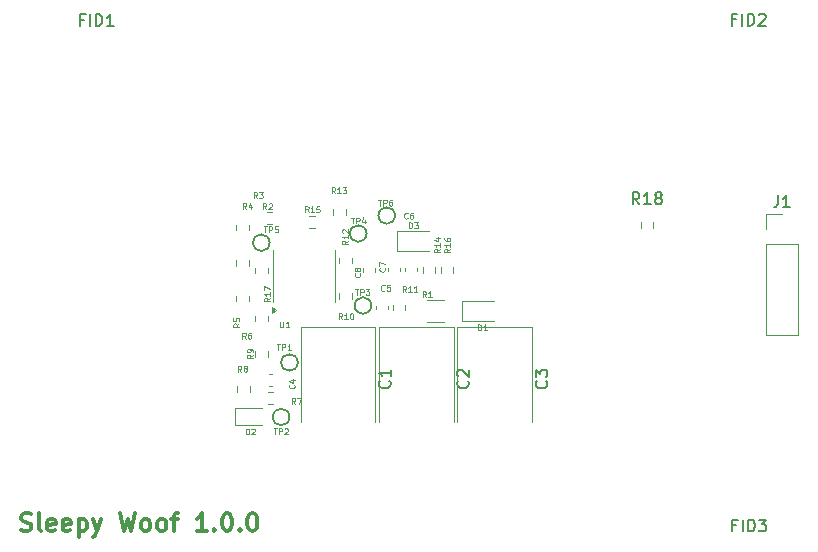
<source format=gbr>
%TF.GenerationSoftware,KiCad,Pcbnew,8.0.4*%
%TF.CreationDate,2024-08-14T23:05:24-07:00*%
%TF.ProjectId,SleepyWoof,536c6565-7079-4576-9f6f-662e6b696361,rev?*%
%TF.SameCoordinates,Original*%
%TF.FileFunction,Legend,Top*%
%TF.FilePolarity,Positive*%
%FSLAX46Y46*%
G04 Gerber Fmt 4.6, Leading zero omitted, Abs format (unit mm)*
G04 Created by KiCad (PCBNEW 8.0.4) date 2024-08-14 23:05:24*
%MOMM*%
%LPD*%
G01*
G04 APERTURE LIST*
%ADD10C,0.300000*%
%ADD11C,0.150000*%
%ADD12C,0.125000*%
%ADD13C,0.120000*%
%ADD14C,0.127000*%
G04 APERTURE END LIST*
D10*
X148073082Y-123489400D02*
X148287368Y-123560828D01*
X148287368Y-123560828D02*
X148644510Y-123560828D01*
X148644510Y-123560828D02*
X148787368Y-123489400D01*
X148787368Y-123489400D02*
X148858796Y-123417971D01*
X148858796Y-123417971D02*
X148930225Y-123275114D01*
X148930225Y-123275114D02*
X148930225Y-123132257D01*
X148930225Y-123132257D02*
X148858796Y-122989400D01*
X148858796Y-122989400D02*
X148787368Y-122917971D01*
X148787368Y-122917971D02*
X148644510Y-122846542D01*
X148644510Y-122846542D02*
X148358796Y-122775114D01*
X148358796Y-122775114D02*
X148215939Y-122703685D01*
X148215939Y-122703685D02*
X148144510Y-122632257D01*
X148144510Y-122632257D02*
X148073082Y-122489400D01*
X148073082Y-122489400D02*
X148073082Y-122346542D01*
X148073082Y-122346542D02*
X148144510Y-122203685D01*
X148144510Y-122203685D02*
X148215939Y-122132257D01*
X148215939Y-122132257D02*
X148358796Y-122060828D01*
X148358796Y-122060828D02*
X148715939Y-122060828D01*
X148715939Y-122060828D02*
X148930225Y-122132257D01*
X149787367Y-123560828D02*
X149644510Y-123489400D01*
X149644510Y-123489400D02*
X149573081Y-123346542D01*
X149573081Y-123346542D02*
X149573081Y-122060828D01*
X150930224Y-123489400D02*
X150787367Y-123560828D01*
X150787367Y-123560828D02*
X150501653Y-123560828D01*
X150501653Y-123560828D02*
X150358795Y-123489400D01*
X150358795Y-123489400D02*
X150287367Y-123346542D01*
X150287367Y-123346542D02*
X150287367Y-122775114D01*
X150287367Y-122775114D02*
X150358795Y-122632257D01*
X150358795Y-122632257D02*
X150501653Y-122560828D01*
X150501653Y-122560828D02*
X150787367Y-122560828D01*
X150787367Y-122560828D02*
X150930224Y-122632257D01*
X150930224Y-122632257D02*
X151001653Y-122775114D01*
X151001653Y-122775114D02*
X151001653Y-122917971D01*
X151001653Y-122917971D02*
X150287367Y-123060828D01*
X152215938Y-123489400D02*
X152073081Y-123560828D01*
X152073081Y-123560828D02*
X151787367Y-123560828D01*
X151787367Y-123560828D02*
X151644509Y-123489400D01*
X151644509Y-123489400D02*
X151573081Y-123346542D01*
X151573081Y-123346542D02*
X151573081Y-122775114D01*
X151573081Y-122775114D02*
X151644509Y-122632257D01*
X151644509Y-122632257D02*
X151787367Y-122560828D01*
X151787367Y-122560828D02*
X152073081Y-122560828D01*
X152073081Y-122560828D02*
X152215938Y-122632257D01*
X152215938Y-122632257D02*
X152287367Y-122775114D01*
X152287367Y-122775114D02*
X152287367Y-122917971D01*
X152287367Y-122917971D02*
X151573081Y-123060828D01*
X152930223Y-122560828D02*
X152930223Y-124060828D01*
X152930223Y-122632257D02*
X153073081Y-122560828D01*
X153073081Y-122560828D02*
X153358795Y-122560828D01*
X153358795Y-122560828D02*
X153501652Y-122632257D01*
X153501652Y-122632257D02*
X153573081Y-122703685D01*
X153573081Y-122703685D02*
X153644509Y-122846542D01*
X153644509Y-122846542D02*
X153644509Y-123275114D01*
X153644509Y-123275114D02*
X153573081Y-123417971D01*
X153573081Y-123417971D02*
X153501652Y-123489400D01*
X153501652Y-123489400D02*
X153358795Y-123560828D01*
X153358795Y-123560828D02*
X153073081Y-123560828D01*
X153073081Y-123560828D02*
X152930223Y-123489400D01*
X154144509Y-122560828D02*
X154501652Y-123560828D01*
X154858795Y-122560828D02*
X154501652Y-123560828D01*
X154501652Y-123560828D02*
X154358795Y-123917971D01*
X154358795Y-123917971D02*
X154287366Y-123989400D01*
X154287366Y-123989400D02*
X154144509Y-124060828D01*
X156430223Y-122060828D02*
X156787366Y-123560828D01*
X156787366Y-123560828D02*
X157073080Y-122489400D01*
X157073080Y-122489400D02*
X157358795Y-123560828D01*
X157358795Y-123560828D02*
X157715938Y-122060828D01*
X158501652Y-123560828D02*
X158358795Y-123489400D01*
X158358795Y-123489400D02*
X158287366Y-123417971D01*
X158287366Y-123417971D02*
X158215938Y-123275114D01*
X158215938Y-123275114D02*
X158215938Y-122846542D01*
X158215938Y-122846542D02*
X158287366Y-122703685D01*
X158287366Y-122703685D02*
X158358795Y-122632257D01*
X158358795Y-122632257D02*
X158501652Y-122560828D01*
X158501652Y-122560828D02*
X158715938Y-122560828D01*
X158715938Y-122560828D02*
X158858795Y-122632257D01*
X158858795Y-122632257D02*
X158930224Y-122703685D01*
X158930224Y-122703685D02*
X159001652Y-122846542D01*
X159001652Y-122846542D02*
X159001652Y-123275114D01*
X159001652Y-123275114D02*
X158930224Y-123417971D01*
X158930224Y-123417971D02*
X158858795Y-123489400D01*
X158858795Y-123489400D02*
X158715938Y-123560828D01*
X158715938Y-123560828D02*
X158501652Y-123560828D01*
X159858795Y-123560828D02*
X159715938Y-123489400D01*
X159715938Y-123489400D02*
X159644509Y-123417971D01*
X159644509Y-123417971D02*
X159573081Y-123275114D01*
X159573081Y-123275114D02*
X159573081Y-122846542D01*
X159573081Y-122846542D02*
X159644509Y-122703685D01*
X159644509Y-122703685D02*
X159715938Y-122632257D01*
X159715938Y-122632257D02*
X159858795Y-122560828D01*
X159858795Y-122560828D02*
X160073081Y-122560828D01*
X160073081Y-122560828D02*
X160215938Y-122632257D01*
X160215938Y-122632257D02*
X160287367Y-122703685D01*
X160287367Y-122703685D02*
X160358795Y-122846542D01*
X160358795Y-122846542D02*
X160358795Y-123275114D01*
X160358795Y-123275114D02*
X160287367Y-123417971D01*
X160287367Y-123417971D02*
X160215938Y-123489400D01*
X160215938Y-123489400D02*
X160073081Y-123560828D01*
X160073081Y-123560828D02*
X159858795Y-123560828D01*
X160787367Y-122560828D02*
X161358795Y-122560828D01*
X161001652Y-123560828D02*
X161001652Y-122275114D01*
X161001652Y-122275114D02*
X161073081Y-122132257D01*
X161073081Y-122132257D02*
X161215938Y-122060828D01*
X161215938Y-122060828D02*
X161358795Y-122060828D01*
X163787367Y-123560828D02*
X162930224Y-123560828D01*
X163358795Y-123560828D02*
X163358795Y-122060828D01*
X163358795Y-122060828D02*
X163215938Y-122275114D01*
X163215938Y-122275114D02*
X163073081Y-122417971D01*
X163073081Y-122417971D02*
X162930224Y-122489400D01*
X164430223Y-123417971D02*
X164501652Y-123489400D01*
X164501652Y-123489400D02*
X164430223Y-123560828D01*
X164430223Y-123560828D02*
X164358795Y-123489400D01*
X164358795Y-123489400D02*
X164430223Y-123417971D01*
X164430223Y-123417971D02*
X164430223Y-123560828D01*
X165430224Y-122060828D02*
X165573081Y-122060828D01*
X165573081Y-122060828D02*
X165715938Y-122132257D01*
X165715938Y-122132257D02*
X165787367Y-122203685D01*
X165787367Y-122203685D02*
X165858795Y-122346542D01*
X165858795Y-122346542D02*
X165930224Y-122632257D01*
X165930224Y-122632257D02*
X165930224Y-122989400D01*
X165930224Y-122989400D02*
X165858795Y-123275114D01*
X165858795Y-123275114D02*
X165787367Y-123417971D01*
X165787367Y-123417971D02*
X165715938Y-123489400D01*
X165715938Y-123489400D02*
X165573081Y-123560828D01*
X165573081Y-123560828D02*
X165430224Y-123560828D01*
X165430224Y-123560828D02*
X165287367Y-123489400D01*
X165287367Y-123489400D02*
X165215938Y-123417971D01*
X165215938Y-123417971D02*
X165144509Y-123275114D01*
X165144509Y-123275114D02*
X165073081Y-122989400D01*
X165073081Y-122989400D02*
X165073081Y-122632257D01*
X165073081Y-122632257D02*
X165144509Y-122346542D01*
X165144509Y-122346542D02*
X165215938Y-122203685D01*
X165215938Y-122203685D02*
X165287367Y-122132257D01*
X165287367Y-122132257D02*
X165430224Y-122060828D01*
X166573080Y-123417971D02*
X166644509Y-123489400D01*
X166644509Y-123489400D02*
X166573080Y-123560828D01*
X166573080Y-123560828D02*
X166501652Y-123489400D01*
X166501652Y-123489400D02*
X166573080Y-123417971D01*
X166573080Y-123417971D02*
X166573080Y-123560828D01*
X167573081Y-122060828D02*
X167715938Y-122060828D01*
X167715938Y-122060828D02*
X167858795Y-122132257D01*
X167858795Y-122132257D02*
X167930224Y-122203685D01*
X167930224Y-122203685D02*
X168001652Y-122346542D01*
X168001652Y-122346542D02*
X168073081Y-122632257D01*
X168073081Y-122632257D02*
X168073081Y-122989400D01*
X168073081Y-122989400D02*
X168001652Y-123275114D01*
X168001652Y-123275114D02*
X167930224Y-123417971D01*
X167930224Y-123417971D02*
X167858795Y-123489400D01*
X167858795Y-123489400D02*
X167715938Y-123560828D01*
X167715938Y-123560828D02*
X167573081Y-123560828D01*
X167573081Y-123560828D02*
X167430224Y-123489400D01*
X167430224Y-123489400D02*
X167358795Y-123417971D01*
X167358795Y-123417971D02*
X167287366Y-123275114D01*
X167287366Y-123275114D02*
X167215938Y-122989400D01*
X167215938Y-122989400D02*
X167215938Y-122632257D01*
X167215938Y-122632257D02*
X167287366Y-122346542D01*
X167287366Y-122346542D02*
X167358795Y-122203685D01*
X167358795Y-122203685D02*
X167430224Y-122132257D01*
X167430224Y-122132257D02*
X167573081Y-122060828D01*
D11*
X192519580Y-110839166D02*
X192567200Y-110886785D01*
X192567200Y-110886785D02*
X192614819Y-111029642D01*
X192614819Y-111029642D02*
X192614819Y-111124880D01*
X192614819Y-111124880D02*
X192567200Y-111267737D01*
X192567200Y-111267737D02*
X192471961Y-111362975D01*
X192471961Y-111362975D02*
X192376723Y-111410594D01*
X192376723Y-111410594D02*
X192186247Y-111458213D01*
X192186247Y-111458213D02*
X192043390Y-111458213D01*
X192043390Y-111458213D02*
X191852914Y-111410594D01*
X191852914Y-111410594D02*
X191757676Y-111362975D01*
X191757676Y-111362975D02*
X191662438Y-111267737D01*
X191662438Y-111267737D02*
X191614819Y-111124880D01*
X191614819Y-111124880D02*
X191614819Y-111029642D01*
X191614819Y-111029642D02*
X191662438Y-110886785D01*
X191662438Y-110886785D02*
X191710057Y-110839166D01*
X191614819Y-110505832D02*
X191614819Y-109886785D01*
X191614819Y-109886785D02*
X191995771Y-110220118D01*
X191995771Y-110220118D02*
X191995771Y-110077261D01*
X191995771Y-110077261D02*
X192043390Y-109982023D01*
X192043390Y-109982023D02*
X192091009Y-109934404D01*
X192091009Y-109934404D02*
X192186247Y-109886785D01*
X192186247Y-109886785D02*
X192424342Y-109886785D01*
X192424342Y-109886785D02*
X192519580Y-109934404D01*
X192519580Y-109934404D02*
X192567200Y-109982023D01*
X192567200Y-109982023D02*
X192614819Y-110077261D01*
X192614819Y-110077261D02*
X192614819Y-110362975D01*
X192614819Y-110362975D02*
X192567200Y-110458213D01*
X192567200Y-110458213D02*
X192519580Y-110505832D01*
X185884580Y-110839166D02*
X185932200Y-110886785D01*
X185932200Y-110886785D02*
X185979819Y-111029642D01*
X185979819Y-111029642D02*
X185979819Y-111124880D01*
X185979819Y-111124880D02*
X185932200Y-111267737D01*
X185932200Y-111267737D02*
X185836961Y-111362975D01*
X185836961Y-111362975D02*
X185741723Y-111410594D01*
X185741723Y-111410594D02*
X185551247Y-111458213D01*
X185551247Y-111458213D02*
X185408390Y-111458213D01*
X185408390Y-111458213D02*
X185217914Y-111410594D01*
X185217914Y-111410594D02*
X185122676Y-111362975D01*
X185122676Y-111362975D02*
X185027438Y-111267737D01*
X185027438Y-111267737D02*
X184979819Y-111124880D01*
X184979819Y-111124880D02*
X184979819Y-111029642D01*
X184979819Y-111029642D02*
X185027438Y-110886785D01*
X185027438Y-110886785D02*
X185075057Y-110839166D01*
X185075057Y-110458213D02*
X185027438Y-110410594D01*
X185027438Y-110410594D02*
X184979819Y-110315356D01*
X184979819Y-110315356D02*
X184979819Y-110077261D01*
X184979819Y-110077261D02*
X185027438Y-109982023D01*
X185027438Y-109982023D02*
X185075057Y-109934404D01*
X185075057Y-109934404D02*
X185170295Y-109886785D01*
X185170295Y-109886785D02*
X185265533Y-109886785D01*
X185265533Y-109886785D02*
X185408390Y-109934404D01*
X185408390Y-109934404D02*
X185979819Y-110505832D01*
X185979819Y-110505832D02*
X185979819Y-109886785D01*
X179249580Y-110839166D02*
X179297200Y-110886785D01*
X179297200Y-110886785D02*
X179344819Y-111029642D01*
X179344819Y-111029642D02*
X179344819Y-111124880D01*
X179344819Y-111124880D02*
X179297200Y-111267737D01*
X179297200Y-111267737D02*
X179201961Y-111362975D01*
X179201961Y-111362975D02*
X179106723Y-111410594D01*
X179106723Y-111410594D02*
X178916247Y-111458213D01*
X178916247Y-111458213D02*
X178773390Y-111458213D01*
X178773390Y-111458213D02*
X178582914Y-111410594D01*
X178582914Y-111410594D02*
X178487676Y-111362975D01*
X178487676Y-111362975D02*
X178392438Y-111267737D01*
X178392438Y-111267737D02*
X178344819Y-111124880D01*
X178344819Y-111124880D02*
X178344819Y-111029642D01*
X178344819Y-111029642D02*
X178392438Y-110886785D01*
X178392438Y-110886785D02*
X178440057Y-110839166D01*
X179344819Y-109886785D02*
X179344819Y-110458213D01*
X179344819Y-110172499D02*
X178344819Y-110172499D01*
X178344819Y-110172499D02*
X178487676Y-110267737D01*
X178487676Y-110267737D02*
X178582914Y-110362975D01*
X178582914Y-110362975D02*
X178630533Y-110458213D01*
D12*
X168586548Y-97759809D02*
X168872262Y-97759809D01*
X168729405Y-98259809D02*
X168729405Y-97759809D01*
X169038928Y-98259809D02*
X169038928Y-97759809D01*
X169038928Y-97759809D02*
X169229404Y-97759809D01*
X169229404Y-97759809D02*
X169277023Y-97783619D01*
X169277023Y-97783619D02*
X169300833Y-97807428D01*
X169300833Y-97807428D02*
X169324642Y-97855047D01*
X169324642Y-97855047D02*
X169324642Y-97926476D01*
X169324642Y-97926476D02*
X169300833Y-97974095D01*
X169300833Y-97974095D02*
X169277023Y-97997904D01*
X169277023Y-97997904D02*
X169229404Y-98021714D01*
X169229404Y-98021714D02*
X169038928Y-98021714D01*
X169777023Y-97759809D02*
X169538928Y-97759809D01*
X169538928Y-97759809D02*
X169515119Y-97997904D01*
X169515119Y-97997904D02*
X169538928Y-97974095D01*
X169538928Y-97974095D02*
X169586547Y-97950285D01*
X169586547Y-97950285D02*
X169705595Y-97950285D01*
X169705595Y-97950285D02*
X169753214Y-97974095D01*
X169753214Y-97974095D02*
X169777023Y-97997904D01*
X169777023Y-97997904D02*
X169800833Y-98045523D01*
X169800833Y-98045523D02*
X169800833Y-98164571D01*
X169800833Y-98164571D02*
X169777023Y-98212190D01*
X169777023Y-98212190D02*
X169753214Y-98236000D01*
X169753214Y-98236000D02*
X169705595Y-98259809D01*
X169705595Y-98259809D02*
X169586547Y-98259809D01*
X169586547Y-98259809D02*
X169538928Y-98236000D01*
X169538928Y-98236000D02*
X169515119Y-98212190D01*
X175246071Y-105609809D02*
X175079405Y-105371714D01*
X174960357Y-105609809D02*
X174960357Y-105109809D01*
X174960357Y-105109809D02*
X175150833Y-105109809D01*
X175150833Y-105109809D02*
X175198452Y-105133619D01*
X175198452Y-105133619D02*
X175222262Y-105157428D01*
X175222262Y-105157428D02*
X175246071Y-105205047D01*
X175246071Y-105205047D02*
X175246071Y-105276476D01*
X175246071Y-105276476D02*
X175222262Y-105324095D01*
X175222262Y-105324095D02*
X175198452Y-105347904D01*
X175198452Y-105347904D02*
X175150833Y-105371714D01*
X175150833Y-105371714D02*
X174960357Y-105371714D01*
X175722262Y-105609809D02*
X175436548Y-105609809D01*
X175579405Y-105609809D02*
X175579405Y-105109809D01*
X175579405Y-105109809D02*
X175531786Y-105181238D01*
X175531786Y-105181238D02*
X175484167Y-105228857D01*
X175484167Y-105228857D02*
X175436548Y-105252666D01*
X176031785Y-105109809D02*
X176079404Y-105109809D01*
X176079404Y-105109809D02*
X176127023Y-105133619D01*
X176127023Y-105133619D02*
X176150833Y-105157428D01*
X176150833Y-105157428D02*
X176174642Y-105205047D01*
X176174642Y-105205047D02*
X176198452Y-105300285D01*
X176198452Y-105300285D02*
X176198452Y-105419333D01*
X176198452Y-105419333D02*
X176174642Y-105514571D01*
X176174642Y-105514571D02*
X176150833Y-105562190D01*
X176150833Y-105562190D02*
X176127023Y-105586000D01*
X176127023Y-105586000D02*
X176079404Y-105609809D01*
X176079404Y-105609809D02*
X176031785Y-105609809D01*
X176031785Y-105609809D02*
X175984166Y-105586000D01*
X175984166Y-105586000D02*
X175960357Y-105562190D01*
X175960357Y-105562190D02*
X175936547Y-105514571D01*
X175936547Y-105514571D02*
X175912738Y-105419333D01*
X175912738Y-105419333D02*
X175912738Y-105300285D01*
X175912738Y-105300285D02*
X175936547Y-105205047D01*
X175936547Y-105205047D02*
X175960357Y-105157428D01*
X175960357Y-105157428D02*
X175984166Y-105133619D01*
X175984166Y-105133619D02*
X176031785Y-105109809D01*
X178286548Y-95509809D02*
X178572262Y-95509809D01*
X178429405Y-96009809D02*
X178429405Y-95509809D01*
X178738928Y-96009809D02*
X178738928Y-95509809D01*
X178738928Y-95509809D02*
X178929404Y-95509809D01*
X178929404Y-95509809D02*
X178977023Y-95533619D01*
X178977023Y-95533619D02*
X179000833Y-95557428D01*
X179000833Y-95557428D02*
X179024642Y-95605047D01*
X179024642Y-95605047D02*
X179024642Y-95676476D01*
X179024642Y-95676476D02*
X179000833Y-95724095D01*
X179000833Y-95724095D02*
X178977023Y-95747904D01*
X178977023Y-95747904D02*
X178929404Y-95771714D01*
X178929404Y-95771714D02*
X178738928Y-95771714D01*
X179453214Y-95509809D02*
X179357976Y-95509809D01*
X179357976Y-95509809D02*
X179310357Y-95533619D01*
X179310357Y-95533619D02*
X179286547Y-95557428D01*
X179286547Y-95557428D02*
X179238928Y-95628857D01*
X179238928Y-95628857D02*
X179215119Y-95724095D01*
X179215119Y-95724095D02*
X179215119Y-95914571D01*
X179215119Y-95914571D02*
X179238928Y-95962190D01*
X179238928Y-95962190D02*
X179262738Y-95986000D01*
X179262738Y-95986000D02*
X179310357Y-96009809D01*
X179310357Y-96009809D02*
X179405595Y-96009809D01*
X179405595Y-96009809D02*
X179453214Y-95986000D01*
X179453214Y-95986000D02*
X179477023Y-95962190D01*
X179477023Y-95962190D02*
X179500833Y-95914571D01*
X179500833Y-95914571D02*
X179500833Y-95795523D01*
X179500833Y-95795523D02*
X179477023Y-95747904D01*
X179477023Y-95747904D02*
X179453214Y-95724095D01*
X179453214Y-95724095D02*
X179405595Y-95700285D01*
X179405595Y-95700285D02*
X179310357Y-95700285D01*
X179310357Y-95700285D02*
X179262738Y-95724095D01*
X179262738Y-95724095D02*
X179238928Y-95747904D01*
X179238928Y-95747904D02*
X179215119Y-95795523D01*
D11*
X208618571Y-123051009D02*
X208285238Y-123051009D01*
X208285238Y-123574819D02*
X208285238Y-122574819D01*
X208285238Y-122574819D02*
X208761428Y-122574819D01*
X209142381Y-123574819D02*
X209142381Y-122574819D01*
X209618571Y-123574819D02*
X209618571Y-122574819D01*
X209618571Y-122574819D02*
X209856666Y-122574819D01*
X209856666Y-122574819D02*
X209999523Y-122622438D01*
X209999523Y-122622438D02*
X210094761Y-122717676D01*
X210094761Y-122717676D02*
X210142380Y-122812914D01*
X210142380Y-122812914D02*
X210189999Y-123003390D01*
X210189999Y-123003390D02*
X210189999Y-123146247D01*
X210189999Y-123146247D02*
X210142380Y-123336723D01*
X210142380Y-123336723D02*
X210094761Y-123431961D01*
X210094761Y-123431961D02*
X209999523Y-123527200D01*
X209999523Y-123527200D02*
X209856666Y-123574819D01*
X209856666Y-123574819D02*
X209618571Y-123574819D01*
X210523333Y-122574819D02*
X211142380Y-122574819D01*
X211142380Y-122574819D02*
X210809047Y-122955771D01*
X210809047Y-122955771D02*
X210951904Y-122955771D01*
X210951904Y-122955771D02*
X211047142Y-123003390D01*
X211047142Y-123003390D02*
X211094761Y-123051009D01*
X211094761Y-123051009D02*
X211142380Y-123146247D01*
X211142380Y-123146247D02*
X211142380Y-123384342D01*
X211142380Y-123384342D02*
X211094761Y-123479580D01*
X211094761Y-123479580D02*
X211047142Y-123527200D01*
X211047142Y-123527200D02*
X210951904Y-123574819D01*
X210951904Y-123574819D02*
X210666190Y-123574819D01*
X210666190Y-123574819D02*
X210570952Y-123527200D01*
X210570952Y-123527200D02*
X210523333Y-123479580D01*
D12*
X183542309Y-99656428D02*
X183304214Y-99823094D01*
X183542309Y-99942142D02*
X183042309Y-99942142D01*
X183042309Y-99942142D02*
X183042309Y-99751666D01*
X183042309Y-99751666D02*
X183066119Y-99704047D01*
X183066119Y-99704047D02*
X183089928Y-99680237D01*
X183089928Y-99680237D02*
X183137547Y-99656428D01*
X183137547Y-99656428D02*
X183208976Y-99656428D01*
X183208976Y-99656428D02*
X183256595Y-99680237D01*
X183256595Y-99680237D02*
X183280404Y-99704047D01*
X183280404Y-99704047D02*
X183304214Y-99751666D01*
X183304214Y-99751666D02*
X183304214Y-99942142D01*
X183542309Y-99180237D02*
X183542309Y-99465951D01*
X183542309Y-99323094D02*
X183042309Y-99323094D01*
X183042309Y-99323094D02*
X183113738Y-99370713D01*
X183113738Y-99370713D02*
X183161357Y-99418332D01*
X183161357Y-99418332D02*
X183185166Y-99465951D01*
X183208976Y-98751666D02*
X183542309Y-98751666D01*
X183018500Y-98870714D02*
X183375642Y-98989761D01*
X183375642Y-98989761D02*
X183375642Y-98680238D01*
D11*
X212146666Y-95124819D02*
X212146666Y-95839104D01*
X212146666Y-95839104D02*
X212099047Y-95981961D01*
X212099047Y-95981961D02*
X212003809Y-96077200D01*
X212003809Y-96077200D02*
X211860952Y-96124819D01*
X211860952Y-96124819D02*
X211765714Y-96124819D01*
X213146666Y-96124819D02*
X212575238Y-96124819D01*
X212860952Y-96124819D02*
X212860952Y-95124819D01*
X212860952Y-95124819D02*
X212765714Y-95267676D01*
X212765714Y-95267676D02*
X212670476Y-95362914D01*
X212670476Y-95362914D02*
X212575238Y-95410533D01*
D12*
X182334166Y-103759809D02*
X182167500Y-103521714D01*
X182048452Y-103759809D02*
X182048452Y-103259809D01*
X182048452Y-103259809D02*
X182238928Y-103259809D01*
X182238928Y-103259809D02*
X182286547Y-103283619D01*
X182286547Y-103283619D02*
X182310357Y-103307428D01*
X182310357Y-103307428D02*
X182334166Y-103355047D01*
X182334166Y-103355047D02*
X182334166Y-103426476D01*
X182334166Y-103426476D02*
X182310357Y-103474095D01*
X182310357Y-103474095D02*
X182286547Y-103497904D01*
X182286547Y-103497904D02*
X182238928Y-103521714D01*
X182238928Y-103521714D02*
X182048452Y-103521714D01*
X182810357Y-103759809D02*
X182524643Y-103759809D01*
X182667500Y-103759809D02*
X182667500Y-103259809D01*
X182667500Y-103259809D02*
X182619881Y-103331238D01*
X182619881Y-103331238D02*
X182572262Y-103378857D01*
X182572262Y-103378857D02*
X182524643Y-103402666D01*
X169137309Y-103821428D02*
X168899214Y-103988094D01*
X169137309Y-104107142D02*
X168637309Y-104107142D01*
X168637309Y-104107142D02*
X168637309Y-103916666D01*
X168637309Y-103916666D02*
X168661119Y-103869047D01*
X168661119Y-103869047D02*
X168684928Y-103845237D01*
X168684928Y-103845237D02*
X168732547Y-103821428D01*
X168732547Y-103821428D02*
X168803976Y-103821428D01*
X168803976Y-103821428D02*
X168851595Y-103845237D01*
X168851595Y-103845237D02*
X168875404Y-103869047D01*
X168875404Y-103869047D02*
X168899214Y-103916666D01*
X168899214Y-103916666D02*
X168899214Y-104107142D01*
X169137309Y-103345237D02*
X169137309Y-103630951D01*
X169137309Y-103488094D02*
X168637309Y-103488094D01*
X168637309Y-103488094D02*
X168708738Y-103535713D01*
X168708738Y-103535713D02*
X168756357Y-103583332D01*
X168756357Y-103583332D02*
X168780166Y-103630951D01*
X168637309Y-103178571D02*
X168637309Y-102845238D01*
X168637309Y-102845238D02*
X169137309Y-103059523D01*
X186748452Y-106559809D02*
X186748452Y-106059809D01*
X186748452Y-106059809D02*
X186867500Y-106059809D01*
X186867500Y-106059809D02*
X186938928Y-106083619D01*
X186938928Y-106083619D02*
X186986547Y-106131238D01*
X186986547Y-106131238D02*
X187010357Y-106178857D01*
X187010357Y-106178857D02*
X187034166Y-106274095D01*
X187034166Y-106274095D02*
X187034166Y-106345523D01*
X187034166Y-106345523D02*
X187010357Y-106440761D01*
X187010357Y-106440761D02*
X186986547Y-106488380D01*
X186986547Y-106488380D02*
X186938928Y-106536000D01*
X186938928Y-106536000D02*
X186867500Y-106559809D01*
X186867500Y-106559809D02*
X186748452Y-106559809D01*
X187510357Y-106559809D02*
X187224643Y-106559809D01*
X187367500Y-106559809D02*
X187367500Y-106059809D01*
X187367500Y-106059809D02*
X187319881Y-106131238D01*
X187319881Y-106131238D02*
X187272262Y-106178857D01*
X187272262Y-106178857D02*
X187224643Y-106202666D01*
D11*
X153378571Y-80271009D02*
X153045238Y-80271009D01*
X153045238Y-80794819D02*
X153045238Y-79794819D01*
X153045238Y-79794819D02*
X153521428Y-79794819D01*
X153902381Y-80794819D02*
X153902381Y-79794819D01*
X154378571Y-80794819D02*
X154378571Y-79794819D01*
X154378571Y-79794819D02*
X154616666Y-79794819D01*
X154616666Y-79794819D02*
X154759523Y-79842438D01*
X154759523Y-79842438D02*
X154854761Y-79937676D01*
X154854761Y-79937676D02*
X154902380Y-80032914D01*
X154902380Y-80032914D02*
X154949999Y-80223390D01*
X154949999Y-80223390D02*
X154949999Y-80366247D01*
X154949999Y-80366247D02*
X154902380Y-80556723D01*
X154902380Y-80556723D02*
X154854761Y-80651961D01*
X154854761Y-80651961D02*
X154759523Y-80747200D01*
X154759523Y-80747200D02*
X154616666Y-80794819D01*
X154616666Y-80794819D02*
X154378571Y-80794819D01*
X155902380Y-80794819D02*
X155330952Y-80794819D01*
X155616666Y-80794819D02*
X155616666Y-79794819D01*
X155616666Y-79794819D02*
X155521428Y-79937676D01*
X155521428Y-79937676D02*
X155426190Y-80032914D01*
X155426190Y-80032914D02*
X155330952Y-80080533D01*
D12*
X184392309Y-99656428D02*
X184154214Y-99823094D01*
X184392309Y-99942142D02*
X183892309Y-99942142D01*
X183892309Y-99942142D02*
X183892309Y-99751666D01*
X183892309Y-99751666D02*
X183916119Y-99704047D01*
X183916119Y-99704047D02*
X183939928Y-99680237D01*
X183939928Y-99680237D02*
X183987547Y-99656428D01*
X183987547Y-99656428D02*
X184058976Y-99656428D01*
X184058976Y-99656428D02*
X184106595Y-99680237D01*
X184106595Y-99680237D02*
X184130404Y-99704047D01*
X184130404Y-99704047D02*
X184154214Y-99751666D01*
X184154214Y-99751666D02*
X184154214Y-99942142D01*
X184392309Y-99180237D02*
X184392309Y-99465951D01*
X184392309Y-99323094D02*
X183892309Y-99323094D01*
X183892309Y-99323094D02*
X183963738Y-99370713D01*
X183963738Y-99370713D02*
X184011357Y-99418332D01*
X184011357Y-99418332D02*
X184035166Y-99465951D01*
X183892309Y-98751666D02*
X183892309Y-98846904D01*
X183892309Y-98846904D02*
X183916119Y-98894523D01*
X183916119Y-98894523D02*
X183939928Y-98918333D01*
X183939928Y-98918333D02*
X184011357Y-98965952D01*
X184011357Y-98965952D02*
X184106595Y-98989761D01*
X184106595Y-98989761D02*
X184297071Y-98989761D01*
X184297071Y-98989761D02*
X184344690Y-98965952D01*
X184344690Y-98965952D02*
X184368500Y-98942142D01*
X184368500Y-98942142D02*
X184392309Y-98894523D01*
X184392309Y-98894523D02*
X184392309Y-98799285D01*
X184392309Y-98799285D02*
X184368500Y-98751666D01*
X184368500Y-98751666D02*
X184344690Y-98727857D01*
X184344690Y-98727857D02*
X184297071Y-98704047D01*
X184297071Y-98704047D02*
X184178023Y-98704047D01*
X184178023Y-98704047D02*
X184130404Y-98727857D01*
X184130404Y-98727857D02*
X184106595Y-98751666D01*
X184106595Y-98751666D02*
X184082785Y-98799285D01*
X184082785Y-98799285D02*
X184082785Y-98894523D01*
X184082785Y-98894523D02*
X184106595Y-98942142D01*
X184106595Y-98942142D02*
X184130404Y-98965952D01*
X184130404Y-98965952D02*
X184178023Y-98989761D01*
X176744690Y-101718333D02*
X176768500Y-101742142D01*
X176768500Y-101742142D02*
X176792309Y-101813571D01*
X176792309Y-101813571D02*
X176792309Y-101861190D01*
X176792309Y-101861190D02*
X176768500Y-101932618D01*
X176768500Y-101932618D02*
X176720880Y-101980237D01*
X176720880Y-101980237D02*
X176673261Y-102004047D01*
X176673261Y-102004047D02*
X176578023Y-102027856D01*
X176578023Y-102027856D02*
X176506595Y-102027856D01*
X176506595Y-102027856D02*
X176411357Y-102004047D01*
X176411357Y-102004047D02*
X176363738Y-101980237D01*
X176363738Y-101980237D02*
X176316119Y-101932618D01*
X176316119Y-101932618D02*
X176292309Y-101861190D01*
X176292309Y-101861190D02*
X176292309Y-101813571D01*
X176292309Y-101813571D02*
X176316119Y-101742142D01*
X176316119Y-101742142D02*
X176339928Y-101718333D01*
X176506595Y-101432618D02*
X176482785Y-101480237D01*
X176482785Y-101480237D02*
X176458976Y-101504047D01*
X176458976Y-101504047D02*
X176411357Y-101527856D01*
X176411357Y-101527856D02*
X176387547Y-101527856D01*
X176387547Y-101527856D02*
X176339928Y-101504047D01*
X176339928Y-101504047D02*
X176316119Y-101480237D01*
X176316119Y-101480237D02*
X176292309Y-101432618D01*
X176292309Y-101432618D02*
X176292309Y-101337380D01*
X176292309Y-101337380D02*
X176316119Y-101289761D01*
X176316119Y-101289761D02*
X176339928Y-101265952D01*
X176339928Y-101265952D02*
X176387547Y-101242142D01*
X176387547Y-101242142D02*
X176411357Y-101242142D01*
X176411357Y-101242142D02*
X176458976Y-101265952D01*
X176458976Y-101265952D02*
X176482785Y-101289761D01*
X176482785Y-101289761D02*
X176506595Y-101337380D01*
X176506595Y-101337380D02*
X176506595Y-101432618D01*
X176506595Y-101432618D02*
X176530404Y-101480237D01*
X176530404Y-101480237D02*
X176554214Y-101504047D01*
X176554214Y-101504047D02*
X176601833Y-101527856D01*
X176601833Y-101527856D02*
X176697071Y-101527856D01*
X176697071Y-101527856D02*
X176744690Y-101504047D01*
X176744690Y-101504047D02*
X176768500Y-101480237D01*
X176768500Y-101480237D02*
X176792309Y-101432618D01*
X176792309Y-101432618D02*
X176792309Y-101337380D01*
X176792309Y-101337380D02*
X176768500Y-101289761D01*
X176768500Y-101289761D02*
X176744690Y-101265952D01*
X176744690Y-101265952D02*
X176697071Y-101242142D01*
X176697071Y-101242142D02*
X176601833Y-101242142D01*
X176601833Y-101242142D02*
X176554214Y-101265952D01*
X176554214Y-101265952D02*
X176530404Y-101289761D01*
X176530404Y-101289761D02*
X176506595Y-101337380D01*
X176336548Y-103059809D02*
X176622262Y-103059809D01*
X176479405Y-103559809D02*
X176479405Y-103059809D01*
X176788928Y-103559809D02*
X176788928Y-103059809D01*
X176788928Y-103059809D02*
X176979404Y-103059809D01*
X176979404Y-103059809D02*
X177027023Y-103083619D01*
X177027023Y-103083619D02*
X177050833Y-103107428D01*
X177050833Y-103107428D02*
X177074642Y-103155047D01*
X177074642Y-103155047D02*
X177074642Y-103226476D01*
X177074642Y-103226476D02*
X177050833Y-103274095D01*
X177050833Y-103274095D02*
X177027023Y-103297904D01*
X177027023Y-103297904D02*
X176979404Y-103321714D01*
X176979404Y-103321714D02*
X176788928Y-103321714D01*
X177241309Y-103059809D02*
X177550833Y-103059809D01*
X177550833Y-103059809D02*
X177384166Y-103250285D01*
X177384166Y-103250285D02*
X177455595Y-103250285D01*
X177455595Y-103250285D02*
X177503214Y-103274095D01*
X177503214Y-103274095D02*
X177527023Y-103297904D01*
X177527023Y-103297904D02*
X177550833Y-103345523D01*
X177550833Y-103345523D02*
X177550833Y-103464571D01*
X177550833Y-103464571D02*
X177527023Y-103512190D01*
X177527023Y-103512190D02*
X177503214Y-103536000D01*
X177503214Y-103536000D02*
X177455595Y-103559809D01*
X177455595Y-103559809D02*
X177312738Y-103559809D01*
X177312738Y-103559809D02*
X177265119Y-103536000D01*
X177265119Y-103536000D02*
X177241309Y-103512190D01*
X167692309Y-108618333D02*
X167454214Y-108784999D01*
X167692309Y-108904047D02*
X167192309Y-108904047D01*
X167192309Y-108904047D02*
X167192309Y-108713571D01*
X167192309Y-108713571D02*
X167216119Y-108665952D01*
X167216119Y-108665952D02*
X167239928Y-108642142D01*
X167239928Y-108642142D02*
X167287547Y-108618333D01*
X167287547Y-108618333D02*
X167358976Y-108618333D01*
X167358976Y-108618333D02*
X167406595Y-108642142D01*
X167406595Y-108642142D02*
X167430404Y-108665952D01*
X167430404Y-108665952D02*
X167454214Y-108713571D01*
X167454214Y-108713571D02*
X167454214Y-108904047D01*
X167692309Y-108380237D02*
X167692309Y-108284999D01*
X167692309Y-108284999D02*
X167668500Y-108237380D01*
X167668500Y-108237380D02*
X167644690Y-108213571D01*
X167644690Y-108213571D02*
X167573261Y-108165952D01*
X167573261Y-108165952D02*
X167478023Y-108142142D01*
X167478023Y-108142142D02*
X167287547Y-108142142D01*
X167287547Y-108142142D02*
X167239928Y-108165952D01*
X167239928Y-108165952D02*
X167216119Y-108189761D01*
X167216119Y-108189761D02*
X167192309Y-108237380D01*
X167192309Y-108237380D02*
X167192309Y-108332618D01*
X167192309Y-108332618D02*
X167216119Y-108380237D01*
X167216119Y-108380237D02*
X167239928Y-108404047D01*
X167239928Y-108404047D02*
X167287547Y-108427856D01*
X167287547Y-108427856D02*
X167406595Y-108427856D01*
X167406595Y-108427856D02*
X167454214Y-108404047D01*
X167454214Y-108404047D02*
X167478023Y-108380237D01*
X167478023Y-108380237D02*
X167501833Y-108332618D01*
X167501833Y-108332618D02*
X167501833Y-108237380D01*
X167501833Y-108237380D02*
X167478023Y-108189761D01*
X167478023Y-108189761D02*
X167454214Y-108165952D01*
X167454214Y-108165952D02*
X167406595Y-108142142D01*
X166542309Y-105968333D02*
X166304214Y-106134999D01*
X166542309Y-106254047D02*
X166042309Y-106254047D01*
X166042309Y-106254047D02*
X166042309Y-106063571D01*
X166042309Y-106063571D02*
X166066119Y-106015952D01*
X166066119Y-106015952D02*
X166089928Y-105992142D01*
X166089928Y-105992142D02*
X166137547Y-105968333D01*
X166137547Y-105968333D02*
X166208976Y-105968333D01*
X166208976Y-105968333D02*
X166256595Y-105992142D01*
X166256595Y-105992142D02*
X166280404Y-106015952D01*
X166280404Y-106015952D02*
X166304214Y-106063571D01*
X166304214Y-106063571D02*
X166304214Y-106254047D01*
X166042309Y-105515952D02*
X166042309Y-105754047D01*
X166042309Y-105754047D02*
X166280404Y-105777856D01*
X166280404Y-105777856D02*
X166256595Y-105754047D01*
X166256595Y-105754047D02*
X166232785Y-105706428D01*
X166232785Y-105706428D02*
X166232785Y-105587380D01*
X166232785Y-105587380D02*
X166256595Y-105539761D01*
X166256595Y-105539761D02*
X166280404Y-105515952D01*
X166280404Y-105515952D02*
X166328023Y-105492142D01*
X166328023Y-105492142D02*
X166447071Y-105492142D01*
X166447071Y-105492142D02*
X166494690Y-105515952D01*
X166494690Y-105515952D02*
X166518500Y-105539761D01*
X166518500Y-105539761D02*
X166542309Y-105587380D01*
X166542309Y-105587380D02*
X166542309Y-105706428D01*
X166542309Y-105706428D02*
X166518500Y-105754047D01*
X166518500Y-105754047D02*
X166494690Y-105777856D01*
X167084166Y-107259809D02*
X166917500Y-107021714D01*
X166798452Y-107259809D02*
X166798452Y-106759809D01*
X166798452Y-106759809D02*
X166988928Y-106759809D01*
X166988928Y-106759809D02*
X167036547Y-106783619D01*
X167036547Y-106783619D02*
X167060357Y-106807428D01*
X167060357Y-106807428D02*
X167084166Y-106855047D01*
X167084166Y-106855047D02*
X167084166Y-106926476D01*
X167084166Y-106926476D02*
X167060357Y-106974095D01*
X167060357Y-106974095D02*
X167036547Y-106997904D01*
X167036547Y-106997904D02*
X166988928Y-107021714D01*
X166988928Y-107021714D02*
X166798452Y-107021714D01*
X167512738Y-106759809D02*
X167417500Y-106759809D01*
X167417500Y-106759809D02*
X167369881Y-106783619D01*
X167369881Y-106783619D02*
X167346071Y-106807428D01*
X167346071Y-106807428D02*
X167298452Y-106878857D01*
X167298452Y-106878857D02*
X167274643Y-106974095D01*
X167274643Y-106974095D02*
X167274643Y-107164571D01*
X167274643Y-107164571D02*
X167298452Y-107212190D01*
X167298452Y-107212190D02*
X167322262Y-107236000D01*
X167322262Y-107236000D02*
X167369881Y-107259809D01*
X167369881Y-107259809D02*
X167465119Y-107259809D01*
X167465119Y-107259809D02*
X167512738Y-107236000D01*
X167512738Y-107236000D02*
X167536547Y-107212190D01*
X167536547Y-107212190D02*
X167560357Y-107164571D01*
X167560357Y-107164571D02*
X167560357Y-107045523D01*
X167560357Y-107045523D02*
X167536547Y-106997904D01*
X167536547Y-106997904D02*
X167512738Y-106974095D01*
X167512738Y-106974095D02*
X167465119Y-106950285D01*
X167465119Y-106950285D02*
X167369881Y-106950285D01*
X167369881Y-106950285D02*
X167322262Y-106974095D01*
X167322262Y-106974095D02*
X167298452Y-106997904D01*
X167298452Y-106997904D02*
X167274643Y-107045523D01*
X180898452Y-97909809D02*
X180898452Y-97409809D01*
X180898452Y-97409809D02*
X181017500Y-97409809D01*
X181017500Y-97409809D02*
X181088928Y-97433619D01*
X181088928Y-97433619D02*
X181136547Y-97481238D01*
X181136547Y-97481238D02*
X181160357Y-97528857D01*
X181160357Y-97528857D02*
X181184166Y-97624095D01*
X181184166Y-97624095D02*
X181184166Y-97695523D01*
X181184166Y-97695523D02*
X181160357Y-97790761D01*
X181160357Y-97790761D02*
X181136547Y-97838380D01*
X181136547Y-97838380D02*
X181088928Y-97886000D01*
X181088928Y-97886000D02*
X181017500Y-97909809D01*
X181017500Y-97909809D02*
X180898452Y-97909809D01*
X181350833Y-97409809D02*
X181660357Y-97409809D01*
X181660357Y-97409809D02*
X181493690Y-97600285D01*
X181493690Y-97600285D02*
X181565119Y-97600285D01*
X181565119Y-97600285D02*
X181612738Y-97624095D01*
X181612738Y-97624095D02*
X181636547Y-97647904D01*
X181636547Y-97647904D02*
X181660357Y-97695523D01*
X181660357Y-97695523D02*
X181660357Y-97814571D01*
X181660357Y-97814571D02*
X181636547Y-97862190D01*
X181636547Y-97862190D02*
X181612738Y-97886000D01*
X181612738Y-97886000D02*
X181565119Y-97909809D01*
X181565119Y-97909809D02*
X181422262Y-97909809D01*
X181422262Y-97909809D02*
X181374643Y-97886000D01*
X181374643Y-97886000D02*
X181350833Y-97862190D01*
X169436548Y-114859809D02*
X169722262Y-114859809D01*
X169579405Y-115359809D02*
X169579405Y-114859809D01*
X169888928Y-115359809D02*
X169888928Y-114859809D01*
X169888928Y-114859809D02*
X170079404Y-114859809D01*
X170079404Y-114859809D02*
X170127023Y-114883619D01*
X170127023Y-114883619D02*
X170150833Y-114907428D01*
X170150833Y-114907428D02*
X170174642Y-114955047D01*
X170174642Y-114955047D02*
X170174642Y-115026476D01*
X170174642Y-115026476D02*
X170150833Y-115074095D01*
X170150833Y-115074095D02*
X170127023Y-115097904D01*
X170127023Y-115097904D02*
X170079404Y-115121714D01*
X170079404Y-115121714D02*
X169888928Y-115121714D01*
X170365119Y-114907428D02*
X170388928Y-114883619D01*
X170388928Y-114883619D02*
X170436547Y-114859809D01*
X170436547Y-114859809D02*
X170555595Y-114859809D01*
X170555595Y-114859809D02*
X170603214Y-114883619D01*
X170603214Y-114883619D02*
X170627023Y-114907428D01*
X170627023Y-114907428D02*
X170650833Y-114955047D01*
X170650833Y-114955047D02*
X170650833Y-115002666D01*
X170650833Y-115002666D02*
X170627023Y-115074095D01*
X170627023Y-115074095D02*
X170341309Y-115359809D01*
X170341309Y-115359809D02*
X170650833Y-115359809D01*
D11*
X208568571Y-80231009D02*
X208235238Y-80231009D01*
X208235238Y-80754819D02*
X208235238Y-79754819D01*
X208235238Y-79754819D02*
X208711428Y-79754819D01*
X209092381Y-80754819D02*
X209092381Y-79754819D01*
X209568571Y-80754819D02*
X209568571Y-79754819D01*
X209568571Y-79754819D02*
X209806666Y-79754819D01*
X209806666Y-79754819D02*
X209949523Y-79802438D01*
X209949523Y-79802438D02*
X210044761Y-79897676D01*
X210044761Y-79897676D02*
X210092380Y-79992914D01*
X210092380Y-79992914D02*
X210139999Y-80183390D01*
X210139999Y-80183390D02*
X210139999Y-80326247D01*
X210139999Y-80326247D02*
X210092380Y-80516723D01*
X210092380Y-80516723D02*
X210044761Y-80611961D01*
X210044761Y-80611961D02*
X209949523Y-80707200D01*
X209949523Y-80707200D02*
X209806666Y-80754819D01*
X209806666Y-80754819D02*
X209568571Y-80754819D01*
X210520952Y-79850057D02*
X210568571Y-79802438D01*
X210568571Y-79802438D02*
X210663809Y-79754819D01*
X210663809Y-79754819D02*
X210901904Y-79754819D01*
X210901904Y-79754819D02*
X210997142Y-79802438D01*
X210997142Y-79802438D02*
X211044761Y-79850057D01*
X211044761Y-79850057D02*
X211092380Y-79945295D01*
X211092380Y-79945295D02*
X211092380Y-80040533D01*
X211092380Y-80040533D02*
X211044761Y-80183390D01*
X211044761Y-80183390D02*
X210473333Y-80754819D01*
X210473333Y-80754819D02*
X211092380Y-80754819D01*
D12*
X168834166Y-96309809D02*
X168667500Y-96071714D01*
X168548452Y-96309809D02*
X168548452Y-95809809D01*
X168548452Y-95809809D02*
X168738928Y-95809809D01*
X168738928Y-95809809D02*
X168786547Y-95833619D01*
X168786547Y-95833619D02*
X168810357Y-95857428D01*
X168810357Y-95857428D02*
X168834166Y-95905047D01*
X168834166Y-95905047D02*
X168834166Y-95976476D01*
X168834166Y-95976476D02*
X168810357Y-96024095D01*
X168810357Y-96024095D02*
X168786547Y-96047904D01*
X168786547Y-96047904D02*
X168738928Y-96071714D01*
X168738928Y-96071714D02*
X168548452Y-96071714D01*
X169024643Y-95857428D02*
X169048452Y-95833619D01*
X169048452Y-95833619D02*
X169096071Y-95809809D01*
X169096071Y-95809809D02*
X169215119Y-95809809D01*
X169215119Y-95809809D02*
X169262738Y-95833619D01*
X169262738Y-95833619D02*
X169286547Y-95857428D01*
X169286547Y-95857428D02*
X169310357Y-95905047D01*
X169310357Y-95905047D02*
X169310357Y-95952666D01*
X169310357Y-95952666D02*
X169286547Y-96024095D01*
X169286547Y-96024095D02*
X169000833Y-96309809D01*
X169000833Y-96309809D02*
X169310357Y-96309809D01*
X174646071Y-94959809D02*
X174479405Y-94721714D01*
X174360357Y-94959809D02*
X174360357Y-94459809D01*
X174360357Y-94459809D02*
X174550833Y-94459809D01*
X174550833Y-94459809D02*
X174598452Y-94483619D01*
X174598452Y-94483619D02*
X174622262Y-94507428D01*
X174622262Y-94507428D02*
X174646071Y-94555047D01*
X174646071Y-94555047D02*
X174646071Y-94626476D01*
X174646071Y-94626476D02*
X174622262Y-94674095D01*
X174622262Y-94674095D02*
X174598452Y-94697904D01*
X174598452Y-94697904D02*
X174550833Y-94721714D01*
X174550833Y-94721714D02*
X174360357Y-94721714D01*
X175122262Y-94959809D02*
X174836548Y-94959809D01*
X174979405Y-94959809D02*
X174979405Y-94459809D01*
X174979405Y-94459809D02*
X174931786Y-94531238D01*
X174931786Y-94531238D02*
X174884167Y-94578857D01*
X174884167Y-94578857D02*
X174836548Y-94602666D01*
X175288928Y-94459809D02*
X175598452Y-94459809D01*
X175598452Y-94459809D02*
X175431785Y-94650285D01*
X175431785Y-94650285D02*
X175503214Y-94650285D01*
X175503214Y-94650285D02*
X175550833Y-94674095D01*
X175550833Y-94674095D02*
X175574642Y-94697904D01*
X175574642Y-94697904D02*
X175598452Y-94745523D01*
X175598452Y-94745523D02*
X175598452Y-94864571D01*
X175598452Y-94864571D02*
X175574642Y-94912190D01*
X175574642Y-94912190D02*
X175550833Y-94936000D01*
X175550833Y-94936000D02*
X175503214Y-94959809D01*
X175503214Y-94959809D02*
X175360357Y-94959809D01*
X175360357Y-94959809D02*
X175312738Y-94936000D01*
X175312738Y-94936000D02*
X175288928Y-94912190D01*
X169986547Y-105809809D02*
X169986547Y-106214571D01*
X169986547Y-106214571D02*
X170010357Y-106262190D01*
X170010357Y-106262190D02*
X170034166Y-106286000D01*
X170034166Y-106286000D02*
X170081785Y-106309809D01*
X170081785Y-106309809D02*
X170177023Y-106309809D01*
X170177023Y-106309809D02*
X170224642Y-106286000D01*
X170224642Y-106286000D02*
X170248452Y-106262190D01*
X170248452Y-106262190D02*
X170272261Y-106214571D01*
X170272261Y-106214571D02*
X170272261Y-105809809D01*
X170772262Y-106309809D02*
X170486548Y-106309809D01*
X170629405Y-106309809D02*
X170629405Y-105809809D01*
X170629405Y-105809809D02*
X170581786Y-105881238D01*
X170581786Y-105881238D02*
X170534167Y-105928857D01*
X170534167Y-105928857D02*
X170486548Y-105952666D01*
X178844690Y-101268333D02*
X178868500Y-101292142D01*
X178868500Y-101292142D02*
X178892309Y-101363571D01*
X178892309Y-101363571D02*
X178892309Y-101411190D01*
X178892309Y-101411190D02*
X178868500Y-101482618D01*
X178868500Y-101482618D02*
X178820880Y-101530237D01*
X178820880Y-101530237D02*
X178773261Y-101554047D01*
X178773261Y-101554047D02*
X178678023Y-101577856D01*
X178678023Y-101577856D02*
X178606595Y-101577856D01*
X178606595Y-101577856D02*
X178511357Y-101554047D01*
X178511357Y-101554047D02*
X178463738Y-101530237D01*
X178463738Y-101530237D02*
X178416119Y-101482618D01*
X178416119Y-101482618D02*
X178392309Y-101411190D01*
X178392309Y-101411190D02*
X178392309Y-101363571D01*
X178392309Y-101363571D02*
X178416119Y-101292142D01*
X178416119Y-101292142D02*
X178439928Y-101268333D01*
X178392309Y-101101666D02*
X178392309Y-100768333D01*
X178392309Y-100768333D02*
X178892309Y-100982618D01*
X167088452Y-115372309D02*
X167088452Y-114872309D01*
X167088452Y-114872309D02*
X167207500Y-114872309D01*
X167207500Y-114872309D02*
X167278928Y-114896119D01*
X167278928Y-114896119D02*
X167326547Y-114943738D01*
X167326547Y-114943738D02*
X167350357Y-114991357D01*
X167350357Y-114991357D02*
X167374166Y-115086595D01*
X167374166Y-115086595D02*
X167374166Y-115158023D01*
X167374166Y-115158023D02*
X167350357Y-115253261D01*
X167350357Y-115253261D02*
X167326547Y-115300880D01*
X167326547Y-115300880D02*
X167278928Y-115348500D01*
X167278928Y-115348500D02*
X167207500Y-115372309D01*
X167207500Y-115372309D02*
X167088452Y-115372309D01*
X167564643Y-114919928D02*
X167588452Y-114896119D01*
X167588452Y-114896119D02*
X167636071Y-114872309D01*
X167636071Y-114872309D02*
X167755119Y-114872309D01*
X167755119Y-114872309D02*
X167802738Y-114896119D01*
X167802738Y-114896119D02*
X167826547Y-114919928D01*
X167826547Y-114919928D02*
X167850357Y-114967547D01*
X167850357Y-114967547D02*
X167850357Y-115015166D01*
X167850357Y-115015166D02*
X167826547Y-115086595D01*
X167826547Y-115086595D02*
X167540833Y-115372309D01*
X167540833Y-115372309D02*
X167850357Y-115372309D01*
X180646071Y-103309809D02*
X180479405Y-103071714D01*
X180360357Y-103309809D02*
X180360357Y-102809809D01*
X180360357Y-102809809D02*
X180550833Y-102809809D01*
X180550833Y-102809809D02*
X180598452Y-102833619D01*
X180598452Y-102833619D02*
X180622262Y-102857428D01*
X180622262Y-102857428D02*
X180646071Y-102905047D01*
X180646071Y-102905047D02*
X180646071Y-102976476D01*
X180646071Y-102976476D02*
X180622262Y-103024095D01*
X180622262Y-103024095D02*
X180598452Y-103047904D01*
X180598452Y-103047904D02*
X180550833Y-103071714D01*
X180550833Y-103071714D02*
X180360357Y-103071714D01*
X181122262Y-103309809D02*
X180836548Y-103309809D01*
X180979405Y-103309809D02*
X180979405Y-102809809D01*
X180979405Y-102809809D02*
X180931786Y-102881238D01*
X180931786Y-102881238D02*
X180884167Y-102928857D01*
X180884167Y-102928857D02*
X180836548Y-102952666D01*
X181598452Y-103309809D02*
X181312738Y-103309809D01*
X181455595Y-103309809D02*
X181455595Y-102809809D01*
X181455595Y-102809809D02*
X181407976Y-102881238D01*
X181407976Y-102881238D02*
X181360357Y-102928857D01*
X181360357Y-102928857D02*
X181312738Y-102952666D01*
X180784166Y-97062190D02*
X180760357Y-97086000D01*
X180760357Y-97086000D02*
X180688928Y-97109809D01*
X180688928Y-97109809D02*
X180641309Y-97109809D01*
X180641309Y-97109809D02*
X180569881Y-97086000D01*
X180569881Y-97086000D02*
X180522262Y-97038380D01*
X180522262Y-97038380D02*
X180498452Y-96990761D01*
X180498452Y-96990761D02*
X180474643Y-96895523D01*
X180474643Y-96895523D02*
X180474643Y-96824095D01*
X180474643Y-96824095D02*
X180498452Y-96728857D01*
X180498452Y-96728857D02*
X180522262Y-96681238D01*
X180522262Y-96681238D02*
X180569881Y-96633619D01*
X180569881Y-96633619D02*
X180641309Y-96609809D01*
X180641309Y-96609809D02*
X180688928Y-96609809D01*
X180688928Y-96609809D02*
X180760357Y-96633619D01*
X180760357Y-96633619D02*
X180784166Y-96657428D01*
X181212738Y-96609809D02*
X181117500Y-96609809D01*
X181117500Y-96609809D02*
X181069881Y-96633619D01*
X181069881Y-96633619D02*
X181046071Y-96657428D01*
X181046071Y-96657428D02*
X180998452Y-96728857D01*
X180998452Y-96728857D02*
X180974643Y-96824095D01*
X180974643Y-96824095D02*
X180974643Y-97014571D01*
X180974643Y-97014571D02*
X180998452Y-97062190D01*
X180998452Y-97062190D02*
X181022262Y-97086000D01*
X181022262Y-97086000D02*
X181069881Y-97109809D01*
X181069881Y-97109809D02*
X181165119Y-97109809D01*
X181165119Y-97109809D02*
X181212738Y-97086000D01*
X181212738Y-97086000D02*
X181236547Y-97062190D01*
X181236547Y-97062190D02*
X181260357Y-97014571D01*
X181260357Y-97014571D02*
X181260357Y-96895523D01*
X181260357Y-96895523D02*
X181236547Y-96847904D01*
X181236547Y-96847904D02*
X181212738Y-96824095D01*
X181212738Y-96824095D02*
X181165119Y-96800285D01*
X181165119Y-96800285D02*
X181069881Y-96800285D01*
X181069881Y-96800285D02*
X181022262Y-96824095D01*
X181022262Y-96824095D02*
X180998452Y-96847904D01*
X180998452Y-96847904D02*
X180974643Y-96895523D01*
X175742309Y-98956428D02*
X175504214Y-99123094D01*
X175742309Y-99242142D02*
X175242309Y-99242142D01*
X175242309Y-99242142D02*
X175242309Y-99051666D01*
X175242309Y-99051666D02*
X175266119Y-99004047D01*
X175266119Y-99004047D02*
X175289928Y-98980237D01*
X175289928Y-98980237D02*
X175337547Y-98956428D01*
X175337547Y-98956428D02*
X175408976Y-98956428D01*
X175408976Y-98956428D02*
X175456595Y-98980237D01*
X175456595Y-98980237D02*
X175480404Y-99004047D01*
X175480404Y-99004047D02*
X175504214Y-99051666D01*
X175504214Y-99051666D02*
X175504214Y-99242142D01*
X175742309Y-98480237D02*
X175742309Y-98765951D01*
X175742309Y-98623094D02*
X175242309Y-98623094D01*
X175242309Y-98623094D02*
X175313738Y-98670713D01*
X175313738Y-98670713D02*
X175361357Y-98718332D01*
X175361357Y-98718332D02*
X175385166Y-98765951D01*
X175289928Y-98289761D02*
X175266119Y-98265952D01*
X175266119Y-98265952D02*
X175242309Y-98218333D01*
X175242309Y-98218333D02*
X175242309Y-98099285D01*
X175242309Y-98099285D02*
X175266119Y-98051666D01*
X175266119Y-98051666D02*
X175289928Y-98027857D01*
X175289928Y-98027857D02*
X175337547Y-98004047D01*
X175337547Y-98004047D02*
X175385166Y-98004047D01*
X175385166Y-98004047D02*
X175456595Y-98027857D01*
X175456595Y-98027857D02*
X175742309Y-98313571D01*
X175742309Y-98313571D02*
X175742309Y-98004047D01*
X166704166Y-110057309D02*
X166537500Y-109819214D01*
X166418452Y-110057309D02*
X166418452Y-109557309D01*
X166418452Y-109557309D02*
X166608928Y-109557309D01*
X166608928Y-109557309D02*
X166656547Y-109581119D01*
X166656547Y-109581119D02*
X166680357Y-109604928D01*
X166680357Y-109604928D02*
X166704166Y-109652547D01*
X166704166Y-109652547D02*
X166704166Y-109723976D01*
X166704166Y-109723976D02*
X166680357Y-109771595D01*
X166680357Y-109771595D02*
X166656547Y-109795404D01*
X166656547Y-109795404D02*
X166608928Y-109819214D01*
X166608928Y-109819214D02*
X166418452Y-109819214D01*
X166989881Y-109771595D02*
X166942262Y-109747785D01*
X166942262Y-109747785D02*
X166918452Y-109723976D01*
X166918452Y-109723976D02*
X166894643Y-109676357D01*
X166894643Y-109676357D02*
X166894643Y-109652547D01*
X166894643Y-109652547D02*
X166918452Y-109604928D01*
X166918452Y-109604928D02*
X166942262Y-109581119D01*
X166942262Y-109581119D02*
X166989881Y-109557309D01*
X166989881Y-109557309D02*
X167085119Y-109557309D01*
X167085119Y-109557309D02*
X167132738Y-109581119D01*
X167132738Y-109581119D02*
X167156547Y-109604928D01*
X167156547Y-109604928D02*
X167180357Y-109652547D01*
X167180357Y-109652547D02*
X167180357Y-109676357D01*
X167180357Y-109676357D02*
X167156547Y-109723976D01*
X167156547Y-109723976D02*
X167132738Y-109747785D01*
X167132738Y-109747785D02*
X167085119Y-109771595D01*
X167085119Y-109771595D02*
X166989881Y-109771595D01*
X166989881Y-109771595D02*
X166942262Y-109795404D01*
X166942262Y-109795404D02*
X166918452Y-109819214D01*
X166918452Y-109819214D02*
X166894643Y-109866833D01*
X166894643Y-109866833D02*
X166894643Y-109962071D01*
X166894643Y-109962071D02*
X166918452Y-110009690D01*
X166918452Y-110009690D02*
X166942262Y-110033500D01*
X166942262Y-110033500D02*
X166989881Y-110057309D01*
X166989881Y-110057309D02*
X167085119Y-110057309D01*
X167085119Y-110057309D02*
X167132738Y-110033500D01*
X167132738Y-110033500D02*
X167156547Y-110009690D01*
X167156547Y-110009690D02*
X167180357Y-109962071D01*
X167180357Y-109962071D02*
X167180357Y-109866833D01*
X167180357Y-109866833D02*
X167156547Y-109819214D01*
X167156547Y-109819214D02*
X167132738Y-109795404D01*
X167132738Y-109795404D02*
X167085119Y-109771595D01*
X175986548Y-97009809D02*
X176272262Y-97009809D01*
X176129405Y-97509809D02*
X176129405Y-97009809D01*
X176438928Y-97509809D02*
X176438928Y-97009809D01*
X176438928Y-97009809D02*
X176629404Y-97009809D01*
X176629404Y-97009809D02*
X176677023Y-97033619D01*
X176677023Y-97033619D02*
X176700833Y-97057428D01*
X176700833Y-97057428D02*
X176724642Y-97105047D01*
X176724642Y-97105047D02*
X176724642Y-97176476D01*
X176724642Y-97176476D02*
X176700833Y-97224095D01*
X176700833Y-97224095D02*
X176677023Y-97247904D01*
X176677023Y-97247904D02*
X176629404Y-97271714D01*
X176629404Y-97271714D02*
X176438928Y-97271714D01*
X177153214Y-97176476D02*
X177153214Y-97509809D01*
X177034166Y-96986000D02*
X176915119Y-97343142D01*
X176915119Y-97343142D02*
X177224642Y-97343142D01*
X167134166Y-96259809D02*
X166967500Y-96021714D01*
X166848452Y-96259809D02*
X166848452Y-95759809D01*
X166848452Y-95759809D02*
X167038928Y-95759809D01*
X167038928Y-95759809D02*
X167086547Y-95783619D01*
X167086547Y-95783619D02*
X167110357Y-95807428D01*
X167110357Y-95807428D02*
X167134166Y-95855047D01*
X167134166Y-95855047D02*
X167134166Y-95926476D01*
X167134166Y-95926476D02*
X167110357Y-95974095D01*
X167110357Y-95974095D02*
X167086547Y-95997904D01*
X167086547Y-95997904D02*
X167038928Y-96021714D01*
X167038928Y-96021714D02*
X166848452Y-96021714D01*
X167562738Y-95926476D02*
X167562738Y-96259809D01*
X167443690Y-95736000D02*
X167324643Y-96093142D01*
X167324643Y-96093142D02*
X167634166Y-96093142D01*
X171182190Y-111170833D02*
X171206000Y-111194642D01*
X171206000Y-111194642D02*
X171229809Y-111266071D01*
X171229809Y-111266071D02*
X171229809Y-111313690D01*
X171229809Y-111313690D02*
X171206000Y-111385118D01*
X171206000Y-111385118D02*
X171158380Y-111432737D01*
X171158380Y-111432737D02*
X171110761Y-111456547D01*
X171110761Y-111456547D02*
X171015523Y-111480356D01*
X171015523Y-111480356D02*
X170944095Y-111480356D01*
X170944095Y-111480356D02*
X170848857Y-111456547D01*
X170848857Y-111456547D02*
X170801238Y-111432737D01*
X170801238Y-111432737D02*
X170753619Y-111385118D01*
X170753619Y-111385118D02*
X170729809Y-111313690D01*
X170729809Y-111313690D02*
X170729809Y-111266071D01*
X170729809Y-111266071D02*
X170753619Y-111194642D01*
X170753619Y-111194642D02*
X170777428Y-111170833D01*
X170896476Y-110742261D02*
X171229809Y-110742261D01*
X170706000Y-110861309D02*
X171063142Y-110980356D01*
X171063142Y-110980356D02*
X171063142Y-110670833D01*
X172396071Y-96559809D02*
X172229405Y-96321714D01*
X172110357Y-96559809D02*
X172110357Y-96059809D01*
X172110357Y-96059809D02*
X172300833Y-96059809D01*
X172300833Y-96059809D02*
X172348452Y-96083619D01*
X172348452Y-96083619D02*
X172372262Y-96107428D01*
X172372262Y-96107428D02*
X172396071Y-96155047D01*
X172396071Y-96155047D02*
X172396071Y-96226476D01*
X172396071Y-96226476D02*
X172372262Y-96274095D01*
X172372262Y-96274095D02*
X172348452Y-96297904D01*
X172348452Y-96297904D02*
X172300833Y-96321714D01*
X172300833Y-96321714D02*
X172110357Y-96321714D01*
X172872262Y-96559809D02*
X172586548Y-96559809D01*
X172729405Y-96559809D02*
X172729405Y-96059809D01*
X172729405Y-96059809D02*
X172681786Y-96131238D01*
X172681786Y-96131238D02*
X172634167Y-96178857D01*
X172634167Y-96178857D02*
X172586548Y-96202666D01*
X173324642Y-96059809D02*
X173086547Y-96059809D01*
X173086547Y-96059809D02*
X173062738Y-96297904D01*
X173062738Y-96297904D02*
X173086547Y-96274095D01*
X173086547Y-96274095D02*
X173134166Y-96250285D01*
X173134166Y-96250285D02*
X173253214Y-96250285D01*
X173253214Y-96250285D02*
X173300833Y-96274095D01*
X173300833Y-96274095D02*
X173324642Y-96297904D01*
X173324642Y-96297904D02*
X173348452Y-96345523D01*
X173348452Y-96345523D02*
X173348452Y-96464571D01*
X173348452Y-96464571D02*
X173324642Y-96512190D01*
X173324642Y-96512190D02*
X173300833Y-96536000D01*
X173300833Y-96536000D02*
X173253214Y-96559809D01*
X173253214Y-96559809D02*
X173134166Y-96559809D01*
X173134166Y-96559809D02*
X173086547Y-96536000D01*
X173086547Y-96536000D02*
X173062738Y-96512190D01*
X168034166Y-95359809D02*
X167867500Y-95121714D01*
X167748452Y-95359809D02*
X167748452Y-94859809D01*
X167748452Y-94859809D02*
X167938928Y-94859809D01*
X167938928Y-94859809D02*
X167986547Y-94883619D01*
X167986547Y-94883619D02*
X168010357Y-94907428D01*
X168010357Y-94907428D02*
X168034166Y-94955047D01*
X168034166Y-94955047D02*
X168034166Y-95026476D01*
X168034166Y-95026476D02*
X168010357Y-95074095D01*
X168010357Y-95074095D02*
X167986547Y-95097904D01*
X167986547Y-95097904D02*
X167938928Y-95121714D01*
X167938928Y-95121714D02*
X167748452Y-95121714D01*
X168200833Y-94859809D02*
X168510357Y-94859809D01*
X168510357Y-94859809D02*
X168343690Y-95050285D01*
X168343690Y-95050285D02*
X168415119Y-95050285D01*
X168415119Y-95050285D02*
X168462738Y-95074095D01*
X168462738Y-95074095D02*
X168486547Y-95097904D01*
X168486547Y-95097904D02*
X168510357Y-95145523D01*
X168510357Y-95145523D02*
X168510357Y-95264571D01*
X168510357Y-95264571D02*
X168486547Y-95312190D01*
X168486547Y-95312190D02*
X168462738Y-95336000D01*
X168462738Y-95336000D02*
X168415119Y-95359809D01*
X168415119Y-95359809D02*
X168272262Y-95359809D01*
X168272262Y-95359809D02*
X168224643Y-95336000D01*
X168224643Y-95336000D02*
X168200833Y-95312190D01*
X171271666Y-112762309D02*
X171105000Y-112524214D01*
X170985952Y-112762309D02*
X170985952Y-112262309D01*
X170985952Y-112262309D02*
X171176428Y-112262309D01*
X171176428Y-112262309D02*
X171224047Y-112286119D01*
X171224047Y-112286119D02*
X171247857Y-112309928D01*
X171247857Y-112309928D02*
X171271666Y-112357547D01*
X171271666Y-112357547D02*
X171271666Y-112428976D01*
X171271666Y-112428976D02*
X171247857Y-112476595D01*
X171247857Y-112476595D02*
X171224047Y-112500404D01*
X171224047Y-112500404D02*
X171176428Y-112524214D01*
X171176428Y-112524214D02*
X170985952Y-112524214D01*
X171438333Y-112262309D02*
X171771666Y-112262309D01*
X171771666Y-112262309D02*
X171557381Y-112762309D01*
D11*
X200407142Y-95884819D02*
X200073809Y-95408628D01*
X199835714Y-95884819D02*
X199835714Y-94884819D01*
X199835714Y-94884819D02*
X200216666Y-94884819D01*
X200216666Y-94884819D02*
X200311904Y-94932438D01*
X200311904Y-94932438D02*
X200359523Y-94980057D01*
X200359523Y-94980057D02*
X200407142Y-95075295D01*
X200407142Y-95075295D02*
X200407142Y-95218152D01*
X200407142Y-95218152D02*
X200359523Y-95313390D01*
X200359523Y-95313390D02*
X200311904Y-95361009D01*
X200311904Y-95361009D02*
X200216666Y-95408628D01*
X200216666Y-95408628D02*
X199835714Y-95408628D01*
X201359523Y-95884819D02*
X200788095Y-95884819D01*
X201073809Y-95884819D02*
X201073809Y-94884819D01*
X201073809Y-94884819D02*
X200978571Y-95027676D01*
X200978571Y-95027676D02*
X200883333Y-95122914D01*
X200883333Y-95122914D02*
X200788095Y-95170533D01*
X201930952Y-95313390D02*
X201835714Y-95265771D01*
X201835714Y-95265771D02*
X201788095Y-95218152D01*
X201788095Y-95218152D02*
X201740476Y-95122914D01*
X201740476Y-95122914D02*
X201740476Y-95075295D01*
X201740476Y-95075295D02*
X201788095Y-94980057D01*
X201788095Y-94980057D02*
X201835714Y-94932438D01*
X201835714Y-94932438D02*
X201930952Y-94884819D01*
X201930952Y-94884819D02*
X202121428Y-94884819D01*
X202121428Y-94884819D02*
X202216666Y-94932438D01*
X202216666Y-94932438D02*
X202264285Y-94980057D01*
X202264285Y-94980057D02*
X202311904Y-95075295D01*
X202311904Y-95075295D02*
X202311904Y-95122914D01*
X202311904Y-95122914D02*
X202264285Y-95218152D01*
X202264285Y-95218152D02*
X202216666Y-95265771D01*
X202216666Y-95265771D02*
X202121428Y-95313390D01*
X202121428Y-95313390D02*
X201930952Y-95313390D01*
X201930952Y-95313390D02*
X201835714Y-95361009D01*
X201835714Y-95361009D02*
X201788095Y-95408628D01*
X201788095Y-95408628D02*
X201740476Y-95503866D01*
X201740476Y-95503866D02*
X201740476Y-95694342D01*
X201740476Y-95694342D02*
X201788095Y-95789580D01*
X201788095Y-95789580D02*
X201835714Y-95837200D01*
X201835714Y-95837200D02*
X201930952Y-95884819D01*
X201930952Y-95884819D02*
X202121428Y-95884819D01*
X202121428Y-95884819D02*
X202216666Y-95837200D01*
X202216666Y-95837200D02*
X202264285Y-95789580D01*
X202264285Y-95789580D02*
X202311904Y-95694342D01*
X202311904Y-95694342D02*
X202311904Y-95503866D01*
X202311904Y-95503866D02*
X202264285Y-95408628D01*
X202264285Y-95408628D02*
X202216666Y-95361009D01*
X202216666Y-95361009D02*
X202121428Y-95313390D01*
D12*
X178834166Y-103162190D02*
X178810357Y-103186000D01*
X178810357Y-103186000D02*
X178738928Y-103209809D01*
X178738928Y-103209809D02*
X178691309Y-103209809D01*
X178691309Y-103209809D02*
X178619881Y-103186000D01*
X178619881Y-103186000D02*
X178572262Y-103138380D01*
X178572262Y-103138380D02*
X178548452Y-103090761D01*
X178548452Y-103090761D02*
X178524643Y-102995523D01*
X178524643Y-102995523D02*
X178524643Y-102924095D01*
X178524643Y-102924095D02*
X178548452Y-102828857D01*
X178548452Y-102828857D02*
X178572262Y-102781238D01*
X178572262Y-102781238D02*
X178619881Y-102733619D01*
X178619881Y-102733619D02*
X178691309Y-102709809D01*
X178691309Y-102709809D02*
X178738928Y-102709809D01*
X178738928Y-102709809D02*
X178810357Y-102733619D01*
X178810357Y-102733619D02*
X178834166Y-102757428D01*
X179286547Y-102709809D02*
X179048452Y-102709809D01*
X179048452Y-102709809D02*
X179024643Y-102947904D01*
X179024643Y-102947904D02*
X179048452Y-102924095D01*
X179048452Y-102924095D02*
X179096071Y-102900285D01*
X179096071Y-102900285D02*
X179215119Y-102900285D01*
X179215119Y-102900285D02*
X179262738Y-102924095D01*
X179262738Y-102924095D02*
X179286547Y-102947904D01*
X179286547Y-102947904D02*
X179310357Y-102995523D01*
X179310357Y-102995523D02*
X179310357Y-103114571D01*
X179310357Y-103114571D02*
X179286547Y-103162190D01*
X179286547Y-103162190D02*
X179262738Y-103186000D01*
X179262738Y-103186000D02*
X179215119Y-103209809D01*
X179215119Y-103209809D02*
X179096071Y-103209809D01*
X179096071Y-103209809D02*
X179048452Y-103186000D01*
X179048452Y-103186000D02*
X179024643Y-103162190D01*
X169699048Y-107729809D02*
X169984762Y-107729809D01*
X169841905Y-108229809D02*
X169841905Y-107729809D01*
X170151428Y-108229809D02*
X170151428Y-107729809D01*
X170151428Y-107729809D02*
X170341904Y-107729809D01*
X170341904Y-107729809D02*
X170389523Y-107753619D01*
X170389523Y-107753619D02*
X170413333Y-107777428D01*
X170413333Y-107777428D02*
X170437142Y-107825047D01*
X170437142Y-107825047D02*
X170437142Y-107896476D01*
X170437142Y-107896476D02*
X170413333Y-107944095D01*
X170413333Y-107944095D02*
X170389523Y-107967904D01*
X170389523Y-107967904D02*
X170341904Y-107991714D01*
X170341904Y-107991714D02*
X170151428Y-107991714D01*
X170913333Y-108229809D02*
X170627619Y-108229809D01*
X170770476Y-108229809D02*
X170770476Y-107729809D01*
X170770476Y-107729809D02*
X170722857Y-107801238D01*
X170722857Y-107801238D02*
X170675238Y-107848857D01*
X170675238Y-107848857D02*
X170627619Y-107872666D01*
D13*
%TO.C,C3*%
X191320000Y-106312500D02*
X185000000Y-106312500D01*
X185000000Y-106312500D02*
X185000000Y-114322500D01*
X191320000Y-114322500D02*
X191320000Y-106312500D01*
%TO.C,C2*%
X184685000Y-106312500D02*
X178365000Y-106312500D01*
X178365000Y-106312500D02*
X178365000Y-114322500D01*
X184685000Y-114322500D02*
X184685000Y-106312500D01*
%TO.C,C1*%
X178050000Y-106312500D02*
X171730000Y-106312500D01*
X171730000Y-106312500D02*
X171730000Y-114322500D01*
X178050000Y-114322500D02*
X178050000Y-106312500D01*
D14*
%TO.C,TP5*%
X169105000Y-99135000D02*
G75*
G02*
X167705000Y-99135000I-700000J0D01*
G01*
X167705000Y-99135000D02*
G75*
G02*
X169105000Y-99135000I700000J0D01*
G01*
D13*
%TO.C,R10*%
X175007500Y-103397742D02*
X175007500Y-103872258D01*
X176052500Y-103397742D02*
X176052500Y-103872258D01*
D14*
%TO.C,TP6*%
X179717500Y-96835000D02*
G75*
G02*
X178317500Y-96835000I-700000J0D01*
G01*
X178317500Y-96835000D02*
G75*
G02*
X179717500Y-96835000I700000J0D01*
G01*
D13*
%TO.C,R14*%
X182082500Y-101197742D02*
X182082500Y-101672258D01*
X183127500Y-101197742D02*
X183127500Y-101672258D01*
%TO.C,J1*%
X211150000Y-96670000D02*
X212480000Y-96670000D01*
X211150000Y-98000000D02*
X211150000Y-96670000D01*
X211150000Y-99270000D02*
X211150000Y-106950000D01*
X211150000Y-99270000D02*
X213810000Y-99270000D01*
X211150000Y-106950000D02*
X213810000Y-106950000D01*
X213810000Y-99270000D02*
X213810000Y-106950000D01*
%TO.C,R1*%
X183844564Y-104025000D02*
X182390436Y-104025000D01*
X183844564Y-105845000D02*
X182390436Y-105845000D01*
%TO.C,R17*%
X167877500Y-101262742D02*
X167877500Y-101737258D01*
X168922500Y-101262742D02*
X168922500Y-101737258D01*
%TO.C,D1*%
X185407500Y-104085000D02*
X185407500Y-105785000D01*
X185407500Y-104085000D02*
X188067500Y-104085000D01*
X185407500Y-105785000D02*
X188067500Y-105785000D01*
%TO.C,R16*%
X183582500Y-101197742D02*
X183582500Y-101672258D01*
X184627500Y-101197742D02*
X184627500Y-101672258D01*
%TO.C,C8*%
X176995000Y-101600580D02*
X176995000Y-101319420D01*
X178015000Y-101600580D02*
X178015000Y-101319420D01*
D14*
%TO.C,TP3*%
X177705000Y-104460000D02*
G75*
G02*
X176305000Y-104460000I-700000J0D01*
G01*
X176305000Y-104460000D02*
G75*
G02*
X177705000Y-104460000I700000J0D01*
G01*
D13*
%TO.C,R9*%
X167895000Y-108797258D02*
X167895000Y-108322742D01*
X168940000Y-108797258D02*
X168940000Y-108322742D01*
%TO.C,R5*%
X166295000Y-103622742D02*
X166295000Y-104097258D01*
X167340000Y-103622742D02*
X167340000Y-104097258D01*
%TO.C,R6*%
X167882500Y-105322742D02*
X167882500Y-105797258D01*
X168927500Y-105322742D02*
X168927500Y-105797258D01*
%TO.C,D3*%
X179895000Y-98110000D02*
X179895000Y-99810000D01*
X179895000Y-98110000D02*
X182555000Y-98110000D01*
X179895000Y-99810000D02*
X182555000Y-99810000D01*
D14*
%TO.C,TP2*%
X170780000Y-113897500D02*
G75*
G02*
X169380000Y-113897500I-700000J0D01*
G01*
X169380000Y-113897500D02*
G75*
G02*
X170780000Y-113897500I700000J0D01*
G01*
D13*
%TO.C,R2*%
X169342258Y-96537500D02*
X168867742Y-96537500D01*
X169342258Y-97582500D02*
X168867742Y-97582500D01*
%TO.C,R13*%
X174482500Y-96772258D02*
X174482500Y-96297742D01*
X175527500Y-96772258D02*
X175527500Y-96297742D01*
%TO.C,U1*%
X169420000Y-101960000D02*
X169420000Y-99760000D01*
X169420000Y-101960000D02*
X169420000Y-104160000D01*
X174640000Y-101960000D02*
X174640000Y-99760000D01*
X174640000Y-101960000D02*
X174640000Y-104160000D01*
X169620000Y-104860000D02*
X169290000Y-105100000D01*
X169290000Y-104620000D01*
X169620000Y-104860000D01*
G36*
X169620000Y-104860000D02*
G01*
X169290000Y-105100000D01*
X169290000Y-104620000D01*
X169620000Y-104860000D01*
G37*
%TO.C,C7*%
X179095000Y-101294420D02*
X179095000Y-101575580D01*
X180115000Y-101294420D02*
X180115000Y-101575580D01*
%TO.C,D2*%
X166185000Y-113125000D02*
X166185000Y-114595000D01*
X166185000Y-114595000D02*
X168470000Y-114595000D01*
X168470000Y-113125000D02*
X166185000Y-113125000D01*
%TO.C,R11*%
X179557500Y-104872258D02*
X179557500Y-104397742D01*
X180602500Y-104872258D02*
X180602500Y-104397742D01*
%TO.C,C6*%
X180595000Y-101294420D02*
X180595000Y-101575580D01*
X181615000Y-101294420D02*
X181615000Y-101575580D01*
%TO.C,R12*%
X175007500Y-100872258D02*
X175007500Y-100397742D01*
X176052500Y-100872258D02*
X176052500Y-100397742D01*
%TO.C,R8*%
X166377500Y-111307742D02*
X166377500Y-111782258D01*
X167422500Y-111307742D02*
X167422500Y-111782258D01*
D14*
%TO.C,TP4*%
X177305000Y-98360000D02*
G75*
G02*
X175905000Y-98360000I-700000J0D01*
G01*
X175905000Y-98360000D02*
G75*
G02*
X177305000Y-98360000I700000J0D01*
G01*
D13*
%TO.C,R4*%
X166295000Y-100622742D02*
X166295000Y-101097258D01*
X167340000Y-100622742D02*
X167340000Y-101097258D01*
%TO.C,C4*%
X169308080Y-110290000D02*
X169026920Y-110290000D01*
X169308080Y-111310000D02*
X169026920Y-111310000D01*
%TO.C,R15*%
X172942258Y-96837500D02*
X172467742Y-96837500D01*
X172942258Y-97882500D02*
X172467742Y-97882500D01*
%TO.C,R3*%
X166295000Y-97622742D02*
X166295000Y-98097258D01*
X167340000Y-97622742D02*
X167340000Y-98097258D01*
%TO.C,R7*%
X169417258Y-111777500D02*
X168942742Y-111777500D01*
X169417258Y-112822500D02*
X168942742Y-112822500D01*
%TO.C,R18*%
X200527500Y-97392742D02*
X200527500Y-97867258D01*
X201572500Y-97392742D02*
X201572500Y-97867258D01*
%TO.C,C5*%
X178095000Y-104775580D02*
X178095000Y-104494420D01*
X179115000Y-104775580D02*
X179115000Y-104494420D01*
D14*
%TO.C,TP1*%
X171480000Y-109280000D02*
G75*
G02*
X170080000Y-109280000I-700000J0D01*
G01*
X170080000Y-109280000D02*
G75*
G02*
X171480000Y-109280000I700000J0D01*
G01*
%TD*%
M02*

</source>
